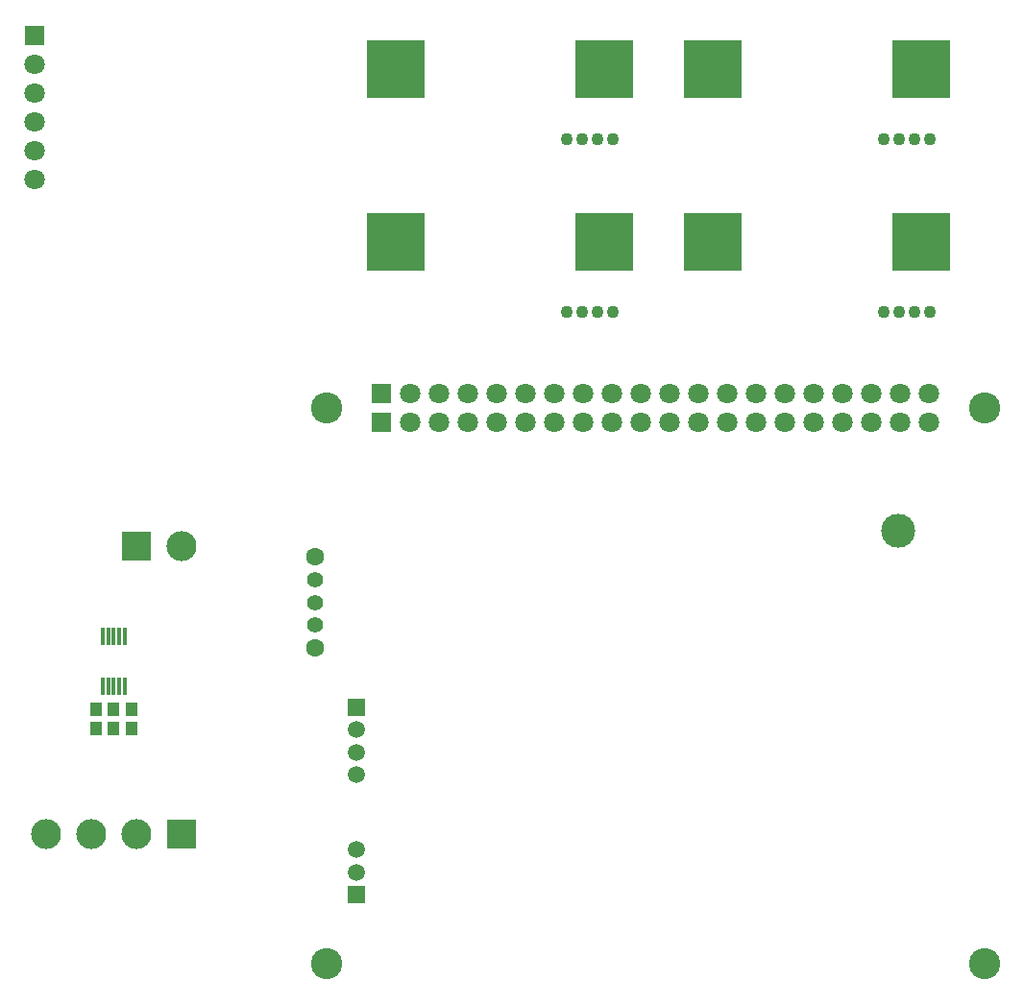
<source format=gbs>
G04 DipTrace 3.0.0.1*
G04 panel.GBS*
%MOIN*%
G04 #@! TF.FileFunction,Soldermask,Bot*
G04 #@! TF.Part,Single*
%ADD80C,0.108268*%
%ADD81C,0.11811*%
%ADD113C,0.063071*%
%ADD115C,0.055197*%
%ADD131R,0.015827X0.059134*%
%ADD139C,0.070945*%
%ADD141R,0.070945X0.070945*%
%ADD143C,0.043386*%
%ADD145R,0.059134X0.059134*%
%ADD147C,0.059134*%
%ADD149C,0.104016*%
%ADD151R,0.104016X0.104016*%
%ADD163R,0.043386X0.047323*%
%FSLAX26Y26*%
G04*
G70*
G90*
G75*
G01*
G04 BotMask*
%LPD*%
D80*
X3914961Y531496D3*
X1631496Y2460630D3*
Y531496D3*
X3914961Y2460630D3*
D151*
X1127592Y980463D3*
D149*
X971686D3*
X815781D3*
X659875D3*
D147*
X1735728Y1343749D3*
D145*
Y1422490D3*
D147*
Y1265009D3*
Y1186269D3*
Y848130D3*
D145*
Y769390D3*
D147*
Y926870D3*
D151*
X971686Y1980463D3*
D149*
X1127592D3*
D143*
X3566916Y2793714D3*
X3620066D3*
X3673215D3*
X3726365D3*
X2466916D3*
X2520066D3*
X2573215D3*
X2626365D3*
X3566916Y3393714D3*
X3620066D3*
X3673215D3*
X3726365D3*
X2466916D3*
X2520066D3*
X2573215D3*
X2626365D3*
D141*
X619102Y3754963D3*
D139*
Y3654963D3*
Y3554963D3*
Y3454963D3*
Y3354963D3*
Y3254963D3*
D141*
X1823228Y2410630D3*
D139*
X1923228D3*
X2023228D3*
X2123228D3*
X2223228D3*
X2323228D3*
X2423228D3*
X2523228D3*
X2623228D3*
X2723228D3*
X2823228D3*
X2923228D3*
X3023228D3*
X3123228D3*
X3223228D3*
X3323228D3*
X3423228D3*
X3523228D3*
X3623228D3*
X3723228D3*
D141*
X1823228Y2510630D3*
D139*
X1923228D3*
X2023228D3*
X2123228D3*
X2223228D3*
X2323228D3*
X2423228D3*
X2523228D3*
X2623228D3*
X2723228D3*
X2823228D3*
X2923228D3*
X3023228D3*
X3123228D3*
X3223228D3*
X3323228D3*
X3423228D3*
X3523228D3*
X3623228D3*
X3723228D3*
D131*
X933104Y1493849D3*
X913419D3*
X893734D3*
X874049D3*
X854364D3*
Y1667077D3*
X874049D3*
X893734D3*
X913419D3*
X933104D3*
D163*
X956234Y1346999D3*
Y1413928D3*
X893734D3*
Y1346999D3*
X831234D3*
Y1413928D3*
D115*
X1591978Y1706890D3*
Y1785630D3*
Y1864370D3*
D113*
Y1628150D3*
Y1943110D3*
D81*
X3614277Y2034571D3*
G36*
X3596640Y3137465D2*
X3796640D1*
Y2937465D1*
X3596640D1*
Y3137465D1*
G37*
G36*
X2871640D2*
X3071640D1*
Y2937465D1*
X2871640D1*
Y3137465D1*
G37*
G36*
X2496640D2*
X2696640D1*
Y2937465D1*
X2496640D1*
Y3137465D1*
G37*
G36*
X1771640D2*
X1971640D1*
Y2937465D1*
X1771640D1*
Y3137465D1*
G37*
G36*
X3596640Y3737465D2*
X3796640D1*
Y3537465D1*
X3596640D1*
Y3737465D1*
G37*
G36*
X2871640D2*
X3071640D1*
Y3537465D1*
X2871640D1*
Y3737465D1*
G37*
G36*
X2496640D2*
X2696640D1*
Y3537465D1*
X2496640D1*
Y3737465D1*
G37*
G36*
X1771640D2*
X1971640D1*
Y3537465D1*
X1771640D1*
Y3737465D1*
G37*
M02*

</source>
